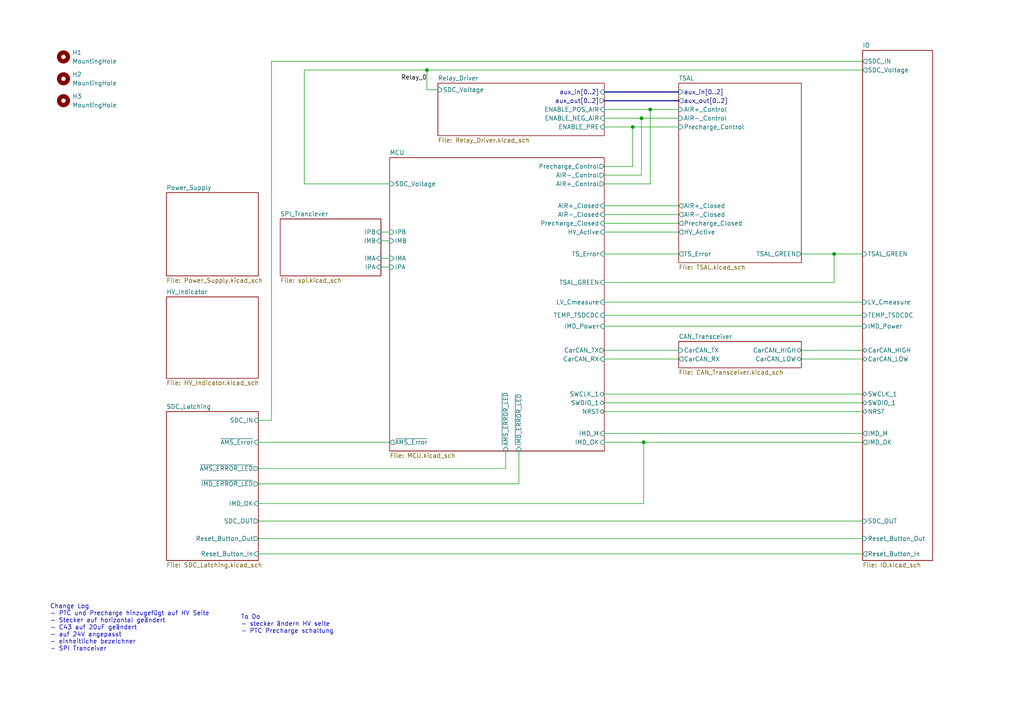
<source format=kicad_sch>
(kicad_sch
	(version 20231120)
	(generator "eeschema")
	(generator_version "8.0")
	(uuid "e63e39d7-6ac0-4ffd-8aa3-1841a4541b55")
	(paper "A4")
	(lib_symbols
		(symbol "Mechanical:MountingHole"
			(pin_names
				(offset 1.016)
			)
			(exclude_from_sim yes)
			(in_bom no)
			(on_board yes)
			(property "Reference" "H"
				(at 0 5.08 0)
				(effects
					(font
						(size 1.27 1.27)
					)
				)
			)
			(property "Value" "MountingHole"
				(at 0 3.175 0)
				(effects
					(font
						(size 1.27 1.27)
					)
				)
			)
			(property "Footprint" ""
				(at 0 0 0)
				(effects
					(font
						(size 1.27 1.27)
					)
					(hide yes)
				)
			)
			(property "Datasheet" "~"
				(at 0 0 0)
				(effects
					(font
						(size 1.27 1.27)
					)
					(hide yes)
				)
			)
			(property "Description" "Mounting Hole without connection"
				(at 0 0 0)
				(effects
					(font
						(size 1.27 1.27)
					)
					(hide yes)
				)
			)
			(property "ki_keywords" "mounting hole"
				(at 0 0 0)
				(effects
					(font
						(size 1.27 1.27)
					)
					(hide yes)
				)
			)
			(property "ki_fp_filters" "MountingHole*"
				(at 0 0 0)
				(effects
					(font
						(size 1.27 1.27)
					)
					(hide yes)
				)
			)
			(symbol "MountingHole_0_1"
				(circle
					(center 0 0)
					(radius 1.27)
					(stroke
						(width 1.27)
						(type default)
					)
					(fill
						(type none)
					)
				)
			)
		)
	)
	(junction
		(at 241.935 73.66)
		(diameter 0)
		(color 0 0 0 0)
		(uuid "0a7f7cff-c29b-4cc6-9d26-e8a073329d15")
	)
	(junction
		(at 123.825 20.32)
		(diameter 0)
		(color 0 0 0 0)
		(uuid "408fafc3-a377-41a0-b7ba-93182cde2895")
	)
	(junction
		(at 186.69 128.27)
		(diameter 0)
		(color 0 0 0 0)
		(uuid "44793ef5-ff1a-4dd7-a42e-e257f8b8042e")
	)
	(junction
		(at 188.595 31.75)
		(diameter 0)
		(color 0 0 0 0)
		(uuid "4978de48-824e-4da0-ad6c-6a4aefa3ff9d")
	)
	(junction
		(at 183.515 36.83)
		(diameter 0)
		(color 0 0 0 0)
		(uuid "7c350bc1-d08e-421e-9df9-7d582d023d7d")
	)
	(junction
		(at 186.055 34.29)
		(diameter 0)
		(color 0 0 0 0)
		(uuid "a1e57cfd-14f7-4329-8eff-f9f55eb71a7d")
	)
	(wire
		(pts
			(xy 175.26 59.69) (xy 196.85 59.69)
		)
		(stroke
			(width 0)
			(type default)
		)
		(uuid "0d9e68e2-e8e4-431c-a910-77e002f64916")
	)
	(wire
		(pts
			(xy 188.595 53.34) (xy 188.595 31.75)
		)
		(stroke
			(width 0)
			(type default)
		)
		(uuid "161c37ee-859e-408a-bfc2-59491a96f951")
	)
	(wire
		(pts
			(xy 175.26 36.83) (xy 183.515 36.83)
		)
		(stroke
			(width 0)
			(type default)
		)
		(uuid "1860a00d-f6ff-4922-be20-059a8da73e09")
	)
	(wire
		(pts
			(xy 175.26 94.615) (xy 250.19 94.615)
		)
		(stroke
			(width 0)
			(type default)
		)
		(uuid "18e14012-8379-44ba-bc03-22592befc89a")
	)
	(wire
		(pts
			(xy 175.26 128.27) (xy 186.69 128.27)
		)
		(stroke
			(width 0)
			(type default)
		)
		(uuid "1b75a20a-67f1-4c22-93ad-86624ea64c65")
	)
	(wire
		(pts
			(xy 186.055 34.29) (xy 196.85 34.29)
		)
		(stroke
			(width 0)
			(type default)
		)
		(uuid "1db01ef0-e8ca-4592-b2d3-07fb736a1c26")
	)
	(wire
		(pts
			(xy 110.49 67.31) (xy 113.03 67.31)
		)
		(stroke
			(width 0)
			(type default)
		)
		(uuid "24f82c31-79c3-42d8-ae53-1dfc0417f292")
	)
	(wire
		(pts
			(xy 186.69 128.27) (xy 186.69 146.05)
		)
		(stroke
			(width 0)
			(type default)
		)
		(uuid "30e997bf-188f-4d9b-bd84-fbf9b303fdbc")
	)
	(bus
		(pts
			(xy 175.26 29.21) (xy 196.85 29.21)
		)
		(stroke
			(width 0)
			(type default)
		)
		(uuid "31ffb8c5-4965-42af-9ed5-2cde8d5c615d")
	)
	(wire
		(pts
			(xy 175.26 31.75) (xy 188.595 31.75)
		)
		(stroke
			(width 0)
			(type default)
		)
		(uuid "32c45256-301b-4d4b-9c80-908f3eaa6645")
	)
	(wire
		(pts
			(xy 78.74 17.78) (xy 250.19 17.78)
		)
		(stroke
			(width 0)
			(type default)
		)
		(uuid "39b04c6a-a164-49f1-abea-a3a32285d465")
	)
	(wire
		(pts
			(xy 175.26 81.915) (xy 241.935 81.915)
		)
		(stroke
			(width 0)
			(type default)
		)
		(uuid "3aeadea1-001e-4433-96d3-f973553a40ce")
	)
	(wire
		(pts
			(xy 88.265 53.34) (xy 113.03 53.34)
		)
		(stroke
			(width 0)
			(type default)
		)
		(uuid "43ff35e9-7cd8-4f62-aee2-70328842afeb")
	)
	(wire
		(pts
			(xy 74.93 156.21) (xy 250.19 156.21)
		)
		(stroke
			(width 0)
			(type default)
		)
		(uuid "4c72069e-2911-45fc-ac82-d63dbffe3b04")
	)
	(wire
		(pts
			(xy 183.515 36.83) (xy 183.515 48.26)
		)
		(stroke
			(width 0)
			(type default)
		)
		(uuid "4ec701c3-5b60-44fd-aa98-394de6f7caab")
	)
	(wire
		(pts
			(xy 188.595 31.75) (xy 196.85 31.75)
		)
		(stroke
			(width 0)
			(type default)
		)
		(uuid "51e28119-6df5-4157-ad5a-a917e8c3b6f3")
	)
	(wire
		(pts
			(xy 232.41 104.14) (xy 250.19 104.14)
		)
		(stroke
			(width 0)
			(type default)
		)
		(uuid "52f50848-80d1-428f-ab45-bb31bf0b1bf9")
	)
	(wire
		(pts
			(xy 110.49 77.47) (xy 113.03 77.47)
		)
		(stroke
			(width 0)
			(type default)
		)
		(uuid "54692d45-1676-44b5-883b-2bc41b0fdb8c")
	)
	(wire
		(pts
			(xy 74.93 140.335) (xy 150.495 140.335)
		)
		(stroke
			(width 0)
			(type default)
		)
		(uuid "56636031-e736-471a-aef1-0ac263156ba7")
	)
	(wire
		(pts
			(xy 175.26 73.66) (xy 196.85 73.66)
		)
		(stroke
			(width 0)
			(type default)
		)
		(uuid "59c97f32-e3dc-44cd-97bd-a21f9f2761ed")
	)
	(wire
		(pts
			(xy 175.26 48.26) (xy 183.515 48.26)
		)
		(stroke
			(width 0)
			(type default)
		)
		(uuid "619d8902-06d2-4923-bb65-cfa8d092be87")
	)
	(wire
		(pts
			(xy 175.26 67.31) (xy 196.85 67.31)
		)
		(stroke
			(width 0)
			(type default)
		)
		(uuid "689e55e4-2dd3-42ef-a281-07f6d1c857b3")
	)
	(wire
		(pts
			(xy 74.93 128.27) (xy 113.03 128.27)
		)
		(stroke
			(width 0)
			(type default)
		)
		(uuid "6d2f0521-9da9-4af2-a499-d52735120f75")
	)
	(wire
		(pts
			(xy 110.49 69.85) (xy 113.03 69.85)
		)
		(stroke
			(width 0)
			(type default)
		)
		(uuid "6f739289-0d73-4828-8ed9-0bb5278b8b5b")
	)
	(wire
		(pts
			(xy 150.495 130.81) (xy 150.495 140.335)
		)
		(stroke
			(width 0)
			(type default)
		)
		(uuid "6f995fe1-0166-4ccb-ab08-e9ce4b1480ae")
	)
	(wire
		(pts
			(xy 175.26 114.3) (xy 250.19 114.3)
		)
		(stroke
			(width 0)
			(type default)
		)
		(uuid "72de219e-ea5c-4118-91e1-aa7450812977")
	)
	(wire
		(pts
			(xy 175.26 119.38) (xy 250.19 119.38)
		)
		(stroke
			(width 0)
			(type default)
		)
		(uuid "750042e4-ec72-4b72-a7a1-170d65b6a550")
	)
	(wire
		(pts
			(xy 74.93 121.92) (xy 78.74 121.92)
		)
		(stroke
			(width 0)
			(type default)
		)
		(uuid "78a24785-3b42-46fa-9caf-3fc007c85f2c")
	)
	(wire
		(pts
			(xy 241.935 73.66) (xy 250.19 73.66)
		)
		(stroke
			(width 0)
			(type default)
		)
		(uuid "79c4682b-6f04-465e-bf87-1364ab0de3e5")
	)
	(wire
		(pts
			(xy 241.935 73.66) (xy 241.935 81.915)
		)
		(stroke
			(width 0)
			(type default)
		)
		(uuid "7bf839f6-fe27-416f-b4fb-8b45d66e9c7a")
	)
	(wire
		(pts
			(xy 175.26 50.8) (xy 186.055 50.8)
		)
		(stroke
			(width 0)
			(type default)
		)
		(uuid "7eae9a3b-04d0-4025-90cb-4b284bd379ef")
	)
	(wire
		(pts
			(xy 123.825 26.035) (xy 127 26.035)
		)
		(stroke
			(width 0)
			(type default)
		)
		(uuid "7fe8261e-9374-4542-8746-31b48c970009")
	)
	(wire
		(pts
			(xy 88.265 20.32) (xy 88.265 53.34)
		)
		(stroke
			(width 0)
			(type default)
		)
		(uuid "86c8f75c-d22e-41f4-9b54-7366753afa46")
	)
	(wire
		(pts
			(xy 175.26 64.77) (xy 196.85 64.77)
		)
		(stroke
			(width 0)
			(type default)
		)
		(uuid "879ccb09-3504-4864-9c31-833d63a283d6")
	)
	(wire
		(pts
			(xy 175.26 34.29) (xy 186.055 34.29)
		)
		(stroke
			(width 0)
			(type default)
		)
		(uuid "8893e1cb-365b-4c9c-a85e-2244f030fd1e")
	)
	(wire
		(pts
			(xy 175.26 62.23) (xy 196.85 62.23)
		)
		(stroke
			(width 0)
			(type default)
		)
		(uuid "88aeddeb-4036-4f17-8c76-83e7e6bb50bc")
	)
	(wire
		(pts
			(xy 110.49 74.93) (xy 113.03 74.93)
		)
		(stroke
			(width 0)
			(type default)
		)
		(uuid "8b1d64f7-3258-49b4-92aa-93c8541190ba")
	)
	(wire
		(pts
			(xy 232.41 73.66) (xy 241.935 73.66)
		)
		(stroke
			(width 0)
			(type default)
		)
		(uuid "8f2e9e26-e3f1-440c-a826-c9d96000f0ea")
	)
	(wire
		(pts
			(xy 186.69 128.27) (xy 250.19 128.27)
		)
		(stroke
			(width 0)
			(type default)
		)
		(uuid "970ec349-aa6c-4058-9a8a-06f8b0ada789")
	)
	(wire
		(pts
			(xy 123.825 20.32) (xy 123.825 26.035)
		)
		(stroke
			(width 0)
			(type default)
		)
		(uuid "9eaca443-67c5-43d3-a2cb-8dc2134d743d")
	)
	(wire
		(pts
			(xy 175.26 87.63) (xy 250.19 87.63)
		)
		(stroke
			(width 0)
			(type default)
		)
		(uuid "a07ba9bc-6ee6-4356-918f-f47ec7cc369e")
	)
	(wire
		(pts
			(xy 74.93 160.655) (xy 250.19 160.655)
		)
		(stroke
			(width 0)
			(type default)
		)
		(uuid "a14d2587-5011-4932-895b-968b85fb9c29")
	)
	(wire
		(pts
			(xy 175.26 125.73) (xy 250.19 125.73)
		)
		(stroke
			(width 0)
			(type default)
		)
		(uuid "a268a543-1d94-4c7d-9e93-681aa6017876")
	)
	(wire
		(pts
			(xy 175.26 101.6) (xy 196.85 101.6)
		)
		(stroke
			(width 0)
			(type default)
		)
		(uuid "bbd9a530-d966-44db-b792-6b8364074399")
	)
	(wire
		(pts
			(xy 183.515 36.83) (xy 196.85 36.83)
		)
		(stroke
			(width 0)
			(type default)
		)
		(uuid "bd7c142b-1b4a-4e3e-891a-2fc7994c4031")
	)
	(wire
		(pts
			(xy 175.26 116.84) (xy 250.19 116.84)
		)
		(stroke
			(width 0)
			(type default)
		)
		(uuid "c7fe1963-cd78-4101-8ef6-6dcc644a8e7d")
	)
	(wire
		(pts
			(xy 175.26 91.44) (xy 250.19 91.44)
		)
		(stroke
			(width 0)
			(type default)
		)
		(uuid "cca14e52-daa2-472f-b950-9a1276c72fee")
	)
	(bus
		(pts
			(xy 175.26 26.67) (xy 196.85 26.67)
		)
		(stroke
			(width 0)
			(type default)
		)
		(uuid "cea651cf-4b09-4040-866b-09f29baccde7")
	)
	(wire
		(pts
			(xy 74.93 151.13) (xy 250.19 151.13)
		)
		(stroke
			(width 0)
			(type default)
		)
		(uuid "d0c6c499-7a00-48b4-bd4b-891bbdb16994")
	)
	(wire
		(pts
			(xy 146.685 135.89) (xy 146.685 130.81)
		)
		(stroke
			(width 0)
			(type default)
		)
		(uuid "d316bfb3-2c73-4ff1-84e3-75c482cbfaa2")
	)
	(wire
		(pts
			(xy 175.26 104.14) (xy 196.85 104.14)
		)
		(stroke
			(width 0)
			(type default)
		)
		(uuid "d53b8b6f-dec9-4a34-9e59-6fc2f5bafc6c")
	)
	(wire
		(pts
			(xy 74.93 135.89) (xy 146.685 135.89)
		)
		(stroke
			(width 0)
			(type default)
		)
		(uuid "e0757bcb-e970-4f03-94f2-6301484ac229")
	)
	(wire
		(pts
			(xy 123.825 20.32) (xy 250.19 20.32)
		)
		(stroke
			(width 0)
			(type default)
		)
		(uuid "e4022d97-9262-4b9e-8880-03a4afd73d19")
	)
	(wire
		(pts
			(xy 74.93 146.05) (xy 186.69 146.05)
		)
		(stroke
			(width 0)
			(type default)
		)
		(uuid "ea203829-7c79-4d55-8c55-d3d8ecb641ef")
	)
	(wire
		(pts
			(xy 88.265 20.32) (xy 123.825 20.32)
		)
		(stroke
			(width 0)
			(type default)
		)
		(uuid "ec66eea5-ae96-4bf7-93db-2f86111f3986")
	)
	(wire
		(pts
			(xy 78.74 17.78) (xy 78.74 121.92)
		)
		(stroke
			(width 0)
			(type default)
		)
		(uuid "ef04e179-1035-430f-b8a3-37f6edb09c73")
	)
	(wire
		(pts
			(xy 232.41 101.6) (xy 250.19 101.6)
		)
		(stroke
			(width 0)
			(type default)
		)
		(uuid "f4eb62d3-6998-4510-806f-341547b3745d")
	)
	(wire
		(pts
			(xy 186.055 34.29) (xy 186.055 50.8)
		)
		(stroke
			(width 0)
			(type default)
		)
		(uuid "f883506b-40b7-4a33-8b08-87bb566721c7")
	)
	(wire
		(pts
			(xy 175.26 53.34) (xy 188.595 53.34)
		)
		(stroke
			(width 0)
			(type default)
		)
		(uuid "fa484b90-07b7-4a9e-9fea-6e2a33d9559c")
	)
	(text "Change Log\n- PTC und Precharge hinzugefügt auf HV Seite\n- Stecker auf horizontal geändert \n- C43 auf 20uF geändert\n- auf 24V angepasst\n- einheitliche bezeichner\n- SPI Tranceiver"
		(exclude_from_sim no)
		(at 14.478 182.118 0)
		(effects
			(font
				(size 1.27 1.27)
			)
			(justify left)
		)
		(uuid "95ef62d0-bad7-41e3-b637-788373aeae7f")
	)
	(text "To Do\n- stecker ändern HV seite\n- PTC Precharge schaltung"
		(exclude_from_sim no)
		(at 69.85 181.102 0)
		(effects
			(font
				(size 1.27 1.27)
			)
			(justify left)
		)
		(uuid "ce23c0a7-0559-4e7e-9ce8-9859445b090e")
	)
	(label "Relay_0"
		(at 123.825 23.495 180)
		(fields_autoplaced yes)
		(effects
			(font
				(size 1.27 1.27)
				(color 0 0 0 1)
			)
			(justify right bottom)
		)
		(uuid "5a0c03f1-96bf-4aa0-a982-95eb41ebc984")
		(property "Netclass" "Relay"
			(at 123.825 24.765 0)
			(effects
				(font
					(size 1.27 1.27)
					(bold yes)
					(italic yes)
				)
				(justify right)
				(hide yes)
			)
		)
	)
	(symbol
		(lib_id "Mechanical:MountingHole")
		(at 18.415 22.86 0)
		(unit 1)
		(exclude_from_sim yes)
		(in_bom no)
		(on_board yes)
		(dnp no)
		(fields_autoplaced yes)
		(uuid "21853630-98ed-40d6-a6a4-eace38ba178b")
		(property "Reference" "H2"
			(at 20.955 21.5899 0)
			(effects
				(font
					(size 1.27 1.27)
				)
				(justify left)
			)
		)
		(property "Value" "MountingHole"
			(at 20.955 24.1299 0)
			(effects
				(font
					(size 1.27 1.27)
				)
				(justify left)
			)
		)
		(property "Footprint" "MountingHole:MountingHole_3.2mm_M3"
			(at 18.415 22.86 0)
			(effects
				(font
					(size 1.27 1.27)
				)
				(hide yes)
			)
		)
		(property "Datasheet" "~"
			(at 18.415 22.86 0)
			(effects
				(font
					(size 1.27 1.27)
				)
				(hide yes)
			)
		)
		(property "Description" "Mounting Hole without connection"
			(at 18.415 22.86 0)
			(effects
				(font
					(size 1.27 1.27)
				)
				(hide yes)
			)
		)
		(instances
			(project "Master_FT25"
				(path "/e63e39d7-6ac0-4ffd-8aa3-1841a4541b55"
					(reference "H2")
					(unit 1)
				)
			)
		)
	)
	(symbol
		(lib_id "Mechanical:MountingHole")
		(at 18.415 16.51 0)
		(unit 1)
		(exclude_from_sim yes)
		(in_bom no)
		(on_board yes)
		(dnp no)
		(fields_autoplaced yes)
		(uuid "a2972b97-1264-4697-a55c-9d28d1e676e2")
		(property "Reference" "H1"
			(at 20.955 15.2399 0)
			(effects
				(font
					(size 1.27 1.27)
				)
				(justify left)
			)
		)
		(property "Value" "MountingHole"
			(at 20.955 17.7799 0)
			(effects
				(font
					(size 1.27 1.27)
				)
				(justify left)
			)
		)
		(property "Footprint" "MountingHole:MountingHole_3.2mm_M3"
			(at 18.415 16.51 0)
			(effects
				(font
					(size 1.27 1.27)
				)
				(hide yes)
			)
		)
		(property "Datasheet" "~"
			(at 18.415 16.51 0)
			(effects
				(font
					(size 1.27 1.27)
				)
				(hide yes)
			)
		)
		(property "Description" "Mounting Hole without connection"
			(at 18.415 16.51 0)
			(effects
				(font
					(size 1.27 1.27)
				)
				(hide yes)
			)
		)
		(instances
			(project "Master_FT25"
				(path "/e63e39d7-6ac0-4ffd-8aa3-1841a4541b55"
					(reference "H1")
					(unit 1)
				)
			)
		)
	)
	(symbol
		(lib_id "Mechanical:MountingHole")
		(at 18.415 29.21 0)
		(unit 1)
		(exclude_from_sim yes)
		(in_bom no)
		(on_board yes)
		(dnp no)
		(fields_autoplaced yes)
		(uuid "d1527598-7f4d-46c2-9d81-1aa748b9fa8d")
		(property "Reference" "H3"
			(at 20.955 27.9399 0)
			(effects
				(font
					(size 1.27 1.27)
				)
				(justify left)
			)
		)
		(property "Value" "MountingHole"
			(at 20.955 30.4799 0)
			(effects
				(font
					(size 1.27 1.27)
				)
				(justify left)
			)
		)
		(property "Footprint" "MountingHole:MountingHole_3.2mm_M3"
			(at 18.415 29.21 0)
			(effects
				(font
					(size 1.27 1.27)
				)
				(hide yes)
			)
		)
		(property "Datasheet" "~"
			(at 18.415 29.21 0)
			(effects
				(font
					(size 1.27 1.27)
				)
				(hide yes)
			)
		)
		(property "Description" "Mounting Hole without connection"
			(at 18.415 29.21 0)
			(effects
				(font
					(size 1.27 1.27)
				)
				(hide yes)
			)
		)
		(instances
			(project "Master_FT25"
				(path "/e63e39d7-6ac0-4ffd-8aa3-1841a4541b55"
					(reference "H3")
					(unit 1)
				)
			)
		)
	)
	(sheet
		(at 48.26 119.38)
		(size 26.67 43.18)
		(fields_autoplaced yes)
		(stroke
			(width 0.1524)
			(type solid)
		)
		(fill
			(color 0 0 0 0.0000)
		)
		(uuid "1faf3ef0-baac-46e1-a293-a43d671ef048")
		(property "Sheetname" "SDC_Latching"
			(at 48.26 118.6684 0)
			(effects
				(font
					(size 1.27 1.27)
				)
				(justify left bottom)
			)
		)
		(property "Sheetfile" "SDC_Latching.kicad_sch"
			(at 48.26 163.1446 0)
			(effects
				(font
					(size 1.27 1.27)
				)
				(justify left top)
			)
		)
		(pin "Reset_Button_In" input
			(at 74.93 160.655 0)
			(effects
				(font
					(size 1.27 1.27)
				)
				(justify right)
			)
			(uuid "d29d350b-902b-4201-b78d-3987c1d43101")
		)
		(pin "Reset_Button_Out" output
			(at 74.93 156.21 0)
			(effects
				(font
					(size 1.27 1.27)
				)
				(justify right)
			)
			(uuid "b3467c47-149f-4dd6-96a3-1425c5e65cd6")
		)
		(pin "SDC_OUT" output
			(at 74.93 151.13 0)
			(effects
				(font
					(size 1.27 1.27)
				)
				(justify right)
			)
			(uuid "04195bc4-f957-489b-8e05-747e1a2601f4")
		)
		(pin "SDC_IN" input
			(at 74.93 121.92 0)
			(effects
				(font
					(size 1.27 1.27)
				)
				(justify right)
			)
			(uuid "92e1de3b-0808-4574-9811-f75c22fccddf")
		)
		(pin "~{AMS_Error}" input
			(at 74.93 128.27 0)
			(effects
				(font
					(size 1.27 1.27)
				)
				(justify right)
			)
			(uuid "d4f4818d-c3c7-4eeb-9c52-aad858d58f30")
		)
		(pin "IMD_OK" input
			(at 74.93 146.05 0)
			(effects
				(font
					(size 1.27 1.27)
				)
				(justify right)
			)
			(uuid "44e26c19-37fa-4e80-adb7-6f8f90521f09")
		)
		(pin "~{AMS_ERROR_LED}" output
			(at 74.93 135.89 0)
			(effects
				(font
					(size 1.27 1.27)
				)
				(justify right)
			)
			(uuid "db873ff3-3fa6-46f9-acf2-1776292c3326")
		)
		(pin "~{IMD_ERROR_LED}" output
			(at 74.93 140.335 0)
			(effects
				(font
					(size 1.27 1.27)
				)
				(justify right)
			)
			(uuid "1e0ea0b3-c0a4-42d3-b88d-ab6314267023")
		)
		(instances
			(project "Master_FT25"
				(path "/e63e39d7-6ac0-4ffd-8aa3-1841a4541b55"
					(page "10")
				)
			)
		)
	)
	(sheet
		(at 48.26 55.88)
		(size 26.67 24.13)
		(fields_autoplaced yes)
		(stroke
			(width 0.1524)
			(type solid)
		)
		(fill
			(color 0 0 0 0.0000)
		)
		(uuid "22dc17c4-8352-43f2-bb65-d704323b2333")
		(property "Sheetname" "Power_Supply"
			(at 48.26 55.1684 0)
			(effects
				(font
					(size 1.27 1.27)
				)
				(justify left bottom)
			)
		)
		(property "Sheetfile" "Power_Supply.kicad_sch"
			(at 48.26 80.5946 0)
			(effects
				(font
					(size 1.27 1.27)
				)
				(justify left top)
			)
		)
		(instances
			(project "Master_FT25"
				(path "/e63e39d7-6ac0-4ffd-8aa3-1841a4541b55"
					(page "8")
				)
			)
		)
	)
	(sheet
		(at 196.85 24.13)
		(size 35.56 52.07)
		(fields_autoplaced yes)
		(stroke
			(width 0.1524)
			(type solid)
		)
		(fill
			(color 0 0 0 0.0000)
		)
		(uuid "5ce1aa0c-f98f-4b94-80bd-f188cf4c57de")
		(property "Sheetname" "TSAL"
			(at 196.85 23.4184 0)
			(effects
				(font
					(size 1.27 1.27)
				)
				(justify left bottom)
			)
		)
		(property "Sheetfile" "TSAL.kicad_sch"
			(at 196.85 76.7846 0)
			(effects
				(font
					(size 1.27 1.27)
				)
				(justify left top)
			)
		)
		(pin "AIR-_Closed" output
			(at 196.85 62.23 180)
			(effects
				(font
					(size 1.27 1.27)
				)
				(justify left)
			)
			(uuid "7f4f978d-1e5d-4a43-b1bf-c4fa7649bd7e")
		)
		(pin "AIR-_Control" input
			(at 196.85 34.29 180)
			(effects
				(font
					(size 1.27 1.27)
				)
				(justify left)
			)
			(uuid "14206ec6-7d56-4612-a521-5201573867ec")
		)
		(pin "AIR+_Control" input
			(at 196.85 31.75 180)
			(effects
				(font
					(size 1.27 1.27)
				)
				(justify left)
			)
			(uuid "97639659-6003-4e23-b4ab-f30326d3a9e4")
		)
		(pin "AIR+_Closed" output
			(at 196.85 59.69 180)
			(effects
				(font
					(size 1.27 1.27)
				)
				(justify left)
			)
			(uuid "6395d9db-d4bc-4c2e-9617-d5b2bf2defa3")
		)
		(pin "HV_Active" output
			(at 196.85 67.31 180)
			(effects
				(font
					(size 1.27 1.27)
				)
				(justify left)
			)
			(uuid "9bc0c846-6b29-4e4d-a0d2-1bffadd4b174")
		)
		(pin "aux_in[0..2]" input
			(at 196.85 26.67 180)
			(effects
				(font
					(size 1.27 1.27)
				)
				(justify left)
			)
			(uuid "62f5980a-ba24-42c2-bf17-3ba93154ccbe")
		)
		(pin "aux_out[0..2]" output
			(at 196.85 29.21 180)
			(effects
				(font
					(size 1.27 1.27)
				)
				(justify left)
			)
			(uuid "7b7686bc-62db-4756-a60c-2a44d69edb52")
		)
		(pin "TS_Error" output
			(at 196.85 73.66 180)
			(effects
				(font
					(size 1.27 1.27)
				)
				(justify left)
			)
			(uuid "2448d2bd-f095-4512-bdbb-8c68f77aacaa")
		)
		(pin "Precharge_Closed" output
			(at 196.85 64.77 180)
			(effects
				(font
					(size 1.27 1.27)
				)
				(justify left)
			)
			(uuid "93060461-877f-42a6-80bd-dbb98ff86726")
		)
		(pin "Precharge_Control" input
			(at 196.85 36.83 180)
			(effects
				(font
					(size 1.27 1.27)
				)
				(justify left)
			)
			(uuid "1df4d53f-ddfd-42ee-ba3c-fb3c93ade126")
		)
		(pin "TSAL_GREEN" output
			(at 232.41 73.66 0)
			(effects
				(font
					(size 1.27 1.27)
				)
				(justify right)
			)
			(uuid "a160ed03-0ccc-4e23-a6c8-c4e67a7fba77")
		)
		(instances
			(project "Master_FT25"
				(path "/e63e39d7-6ac0-4ffd-8aa3-1841a4541b55"
					(page "2")
				)
			)
		)
	)
	(sheet
		(at 48.26 86.106)
		(size 26.67 23.622)
		(fields_autoplaced yes)
		(stroke
			(width 0.1524)
			(type solid)
		)
		(fill
			(color 0 0 0 0.0000)
		)
		(uuid "79aa61b0-3913-4dd5-85ac-a55bcc701429")
		(property "Sheetname" "HV_Indicator"
			(at 48.26 85.3944 0)
			(effects
				(font
					(size 1.27 1.27)
				)
				(justify left bottom)
			)
		)
		(property "Sheetfile" "HV_Indicator.kicad_sch"
			(at 48.26 110.3126 0)
			(effects
				(font
					(size 1.27 1.27)
				)
				(justify left top)
			)
		)
		(instances
			(project "Master_FT25"
				(path "/e63e39d7-6ac0-4ffd-8aa3-1841a4541b55"
					(page "11")
				)
			)
		)
	)
	(sheet
		(at 81.28 63.5)
		(size 29.21 16.51)
		(fields_autoplaced yes)
		(stroke
			(width 0.1524)
			(type solid)
		)
		(fill
			(color 0 0 0 0.0000)
		)
		(uuid "7ea6d794-d6f7-459d-b00f-ed5a8a0446d9")
		(property "Sheetname" "SPI_Tranciever"
			(at 81.28 62.7884 0)
			(effects
				(font
					(size 1.27 1.27)
				)
				(justify left bottom)
			)
		)
		(property "Sheetfile" "spi.kicad_sch"
			(at 81.28 80.5946 0)
			(effects
				(font
					(size 1.27 1.27)
				)
				(justify left top)
			)
		)
		(pin "IPB" input
			(at 110.49 67.31 0)
			(effects
				(font
					(size 1.27 1.27)
				)
				(justify right)
			)
			(uuid "12d18ded-a9ec-4a47-a265-cb4b48bd9928")
		)
		(pin "IMB" input
			(at 110.49 69.85 0)
			(effects
				(font
					(size 1.27 1.27)
				)
				(justify right)
			)
			(uuid "4f5cbb16-21f4-4acb-beed-5735b597fc51")
		)
		(pin "IMA" input
			(at 110.49 74.93 0)
			(effects
				(font
					(size 1.27 1.27)
				)
				(justify right)
			)
			(uuid "fd58e044-12b4-4992-9f63-d59e347d92a5")
		)
		(pin "IPA" input
			(at 110.49 77.47 0)
			(effects
				(font
					(size 1.27 1.27)
				)
				(justify right)
			)
			(uuid "212208da-4d93-4618-932d-5d0895edf826")
		)
		(instances
			(project "Master_FT25"
				(path "/e63e39d7-6ac0-4ffd-8aa3-1841a4541b55"
					(page "15")
				)
			)
		)
	)
	(sheet
		(at 127 24.13)
		(size 48.26 15.24)
		(fields_autoplaced yes)
		(stroke
			(width 0.1524)
			(type solid)
		)
		(fill
			(color 0 0 0 0.0000)
		)
		(uuid "95b8e8bb-175b-4c26-b28f-f18dafbb4793")
		(property "Sheetname" "Relay_Driver"
			(at 127 23.4184 0)
			(effects
				(font
					(size 1.27 1.27)
				)
				(justify left bottom)
			)
		)
		(property "Sheetfile" "Relay_Driver.kicad_sch"
			(at 127 39.9546 0)
			(effects
				(font
					(size 1.27 1.27)
				)
				(justify left top)
			)
		)
		(pin "ENABLE_NEG_AIR" input
			(at 175.26 34.29 0)
			(effects
				(font
					(size 1.27 1.27)
				)
				(justify right)
			)
			(uuid "7edf1e41-024c-4116-abe5-cfef0d5a0efc")
		)
		(pin "ENABLE_POS_AIR" input
			(at 175.26 31.75 0)
			(effects
				(font
					(size 1.27 1.27)
				)
				(justify right)
			)
			(uuid "6e3f7547-4f06-4521-bf16-8b7f213f0b60")
		)
		(pin "aux_out[0..2]" output
			(at 175.26 29.21 0)
			(effects
				(font
					(size 1.27 1.27)
				)
				(justify right)
			)
			(uuid "bf289db5-5459-48e2-b88f-d9d16213c777")
		)
		(pin "aux_in[0..2]" input
			(at 175.26 26.67 0)
			(effects
				(font
					(size 1.27 1.27)
				)
				(justify right)
			)
			(uuid "870086fa-587c-431c-a862-2d36619d4ebf")
		)
		(pin "ENABLE_PRE" input
			(at 175.26 36.83 0)
			(effects
				(font
					(size 1.27 1.27)
				)
				(justify right)
			)
			(uuid "64c41c50-b9c1-41ea-996a-a9c20799ff11")
		)
		(pin "SDC_Voltage" input
			(at 127 26.035 180)
			(effects
				(font
					(size 1.27 1.27)
				)
				(justify left)
			)
			(uuid "4d634957-f32f-40f3-8540-70e44430ba5a")
		)
		(instances
			(project "Master_FT25"
				(path "/e63e39d7-6ac0-4ffd-8aa3-1841a4541b55"
					(page "9")
				)
			)
		)
	)
	(sheet
		(at 113.03 45.72)
		(size 62.23 85.09)
		(fields_autoplaced yes)
		(stroke
			(width 0.1524)
			(type solid)
		)
		(fill
			(color 0 0 0 0.0000)
		)
		(uuid "9b70877c-37a9-427a-bda0-c62874ddc559")
		(property "Sheetname" "MCU"
			(at 113.03 45.0084 0)
			(effects
				(font
					(size 1.27 1.27)
				)
				(justify left bottom)
			)
		)
		(property "Sheetfile" "MCU.kicad_sch"
			(at 113.03 131.3946 0)
			(effects
				(font
					(size 1.27 1.27)
				)
				(justify left top)
			)
		)
		(pin "CarCAN_TX" output
			(at 175.26 101.6 0)
			(effects
				(font
					(size 1.27 1.27)
				)
				(justify right)
			)
			(uuid "f47ef6c8-b550-4302-a5a7-6ab5a6184e74")
		)
		(pin "SWCLK_1" bidirectional
			(at 175.26 114.3 0)
			(effects
				(font
					(size 1.27 1.27)
				)
				(justify right)
			)
			(uuid "605a061b-4108-46bb-8fff-97cfb674055b")
		)
		(pin "SWDIO_1" bidirectional
			(at 175.26 116.84 0)
			(effects
				(font
					(size 1.27 1.27)
				)
				(justify right)
			)
			(uuid "92a776b3-e16c-4951-958d-ef2fb53709a9")
		)
		(pin "CarCAN_RX" input
			(at 175.26 104.14 0)
			(effects
				(font
					(size 1.27 1.27)
				)
				(justify right)
			)
			(uuid "04553aed-dc09-4ba7-a9b1-ab4eaf95146d")
		)
		(pin "AIR+_Control" output
			(at 175.26 53.34 0)
			(effects
				(font
					(size 1.27 1.27)
				)
				(justify right)
			)
			(uuid "2269f88f-a85c-4266-ac04-95bf13eb0efd")
		)
		(pin "AIR-_Control" output
			(at 175.26 50.8 0)
			(effects
				(font
					(size 1.27 1.27)
				)
				(justify right)
			)
			(uuid "d79f89ef-7e64-42d3-9138-46893922b4a9")
		)
		(pin "HV_Active" input
			(at 175.26 67.31 0)
			(effects
				(font
					(size 1.27 1.27)
				)
				(justify right)
			)
			(uuid "c20f76e0-182a-4af7-a081-ae1f520a5b95")
		)
		(pin "AIR+_Closed" input
			(at 175.26 59.69 0)
			(effects
				(font
					(size 1.27 1.27)
				)
				(justify right)
			)
			(uuid "125a1f4f-2acf-4cea-9a03-25b35d16fb96")
		)
		(pin "AIR-_Closed" input
			(at 175.26 62.23 0)
			(effects
				(font
					(size 1.27 1.27)
				)
				(justify right)
			)
			(uuid "fbfd2a87-a250-44fd-96a7-e8079404fc85")
		)
		(pin "SDC_Voltage" input
			(at 113.03 53.34 180)
			(effects
				(font
					(size 1.27 1.27)
				)
				(justify left)
			)
			(uuid "3329bc08-3485-4d06-b547-eed9d73de875")
		)
		(pin "IMD_OK" input
			(at 175.26 128.27 0)
			(effects
				(font
					(size 1.27 1.27)
				)
				(justify right)
			)
			(uuid "2f1fce94-ecdd-445f-a70b-53aa628f7126")
		)
		(pin "TS_Error" input
			(at 175.26 73.66 0)
			(effects
				(font
					(size 1.27 1.27)
				)
				(justify right)
			)
			(uuid "e3623c8f-21c5-4339-8297-19f16439a3f4")
		)
		(pin "IMD_M" input
			(at 175.26 125.73 0)
			(effects
				(font
					(size 1.27 1.27)
				)
				(justify right)
			)
			(uuid "8bae7699-4069-414c-8d5a-73d7082e11e5")
		)
		(pin "Precharge_Control" output
			(at 175.26 48.26 0)
			(effects
				(font
					(size 1.27 1.27)
				)
				(justify right)
			)
			(uuid "cdca4c58-1262-4bde-80f4-02b467f8aafe")
		)
		(pin "Precharge_Closed" input
			(at 175.26 64.77 0)
			(effects
				(font
					(size 1.27 1.27)
				)
				(justify right)
			)
			(uuid "f2f0c2fe-7ac4-4a48-bfa7-9d0e6e156dc7")
		)
		(pin "~{AMS_Error}" output
			(at 113.03 128.27 180)
			(effects
				(font
					(size 1.27 1.27)
				)
				(justify left)
			)
			(uuid "65e84e94-ce74-43d6-a40c-f2a3cd2a6ac8")
		)
		(pin "IMB" input
			(at 113.03 69.85 180)
			(effects
				(font
					(size 1.27 1.27)
				)
				(justify left)
			)
			(uuid "9695f347-9a45-415a-a0c0-c9817bf10ea3")
		)
		(pin "IMA" input
			(at 113.03 74.93 180)
			(effects
				(font
					(size 1.27 1.27)
				)
				(justify left)
			)
			(uuid "a62c6dcb-8b7d-4a24-adec-3aba3d84e6ab")
		)
		(pin "IPA" input
			(at 113.03 77.47 180)
			(effects
				(font
					(size 1.27 1.27)
				)
				(justify left)
			)
			(uuid "409a6711-a53b-4ad0-a904-98393d158eed")
		)
		(pin "IPB" input
			(at 113.03 67.31 180)
			(effects
				(font
					(size 1.27 1.27)
				)
				(justify left)
			)
			(uuid "a0783acc-e661-4dd4-bb10-3985abf0e608")
		)
		(pin "~{IMD_ERROR_LED}" input
			(at 150.495 130.81 270)
			(effects
				(font
					(size 1.27 1.27)
				)
				(justify left)
			)
			(uuid "3c6c52fa-82f4-40f6-8656-08db2fe24843")
		)
		(pin "~{AMS_ERROR_LED}" input
			(at 146.685 130.81 270)
			(effects
				(font
					(size 1.27 1.27)
				)
				(justify left)
			)
			(uuid "98921bb8-c18c-427f-8b3d-3fbc3b24206d")
		)
		(pin "TSAL_GREEN" input
			(at 175.26 81.915 0)
			(effects
				(font
					(size 1.27 1.27)
				)
				(justify right)
			)
			(uuid "c8c1c101-9fca-4c91-b1ff-0ae7a322ed0e")
		)
		(pin "IMD_Power" input
			(at 175.26 94.615 0)
			(effects
				(font
					(size 1.27 1.27)
				)
				(justify right)
			)
			(uuid "b5f88973-9cf9-48af-a376-4344bfa40928")
		)
		(pin "LV_Cmeasure" input
			(at 175.26 87.63 0)
			(effects
				(font
					(size 1.27 1.27)
				)
				(justify right)
			)
			(uuid "254be6ce-83aa-48d5-b981-8e4e2d7761f9")
		)
		(pin "NRST" bidirectional
			(at 175.26 119.38 0)
			(effects
				(font
					(size 1.27 1.27)
				)
				(justify right)
			)
			(uuid "e05a939d-5d9f-44c5-82f0-715cf4d59192")
		)
		(pin "TEMP_TSDCDC" input
			(at 175.26 91.44 0)
			(effects
				(font
					(size 1.27 1.27)
				)
				(justify right)
			)
			(uuid "bad1f67e-a092-4c65-b87d-da69f8343546")
		)
		(instances
			(project "Master_FT25"
				(path "/e63e39d7-6ac0-4ffd-8aa3-1841a4541b55"
					(page "7")
				)
			)
		)
	)
	(sheet
		(at 196.85 99.06)
		(size 35.56 7.62)
		(fields_autoplaced yes)
		(stroke
			(width 0.1524)
			(type solid)
		)
		(fill
			(color 0 0 0 0.0000)
		)
		(uuid "c358f375-f19f-4341-b85b-3ee34c210f74")
		(property "Sheetname" "CAN_Transceiver"
			(at 196.85 98.3484 0)
			(effects
				(font
					(size 1.27 1.27)
				)
				(justify left bottom)
			)
		)
		(property "Sheetfile" "CAN_Transceiver.kicad_sch"
			(at 196.85 107.2646 0)
			(effects
				(font
					(size 1.27 1.27)
				)
				(justify left top)
			)
		)
		(pin "CarCAN_HIGH" bidirectional
			(at 232.41 101.6 0)
			(effects
				(font
					(size 1.27 1.27)
				)
				(justify right)
			)
			(uuid "fa65e9f0-a816-4cfb-b357-ecef57b3b82d")
		)
		(pin "CarCAN_LOW" bidirectional
			(at 232.41 104.14 0)
			(effects
				(font
					(size 1.27 1.27)
				)
				(justify right)
			)
			(uuid "934324c6-b02c-4f3e-ac08-05f9d8568f0c")
		)
		(pin "CarCAN_RX" output
			(at 196.85 104.14 180)
			(effects
				(font
					(size 1.27 1.27)
				)
				(justify left)
			)
			(uuid "31629ba9-9ca0-47ad-8673-f9b3b28a9e35")
		)
		(pin "CarCAN_TX" input
			(at 196.85 101.6 180)
			(effects
				(font
					(size 1.27 1.27)
				)
				(justify left)
			)
			(uuid "8d8c23ec-d24d-4183-b1f7-cf9ad53f8460")
		)
		(instances
			(project "Master_FT25"
				(path "/e63e39d7-6ac0-4ffd-8aa3-1841a4541b55"
					(page "9")
				)
			)
		)
	)
	(sheet
		(at 250.19 14.605)
		(size 20.32 147.955)
		(fields_autoplaced yes)
		(stroke
			(width 0.1524)
			(type solid)
		)
		(fill
			(color 0 0 0 0.0000)
		)
		(uuid "e59bef98-744e-4b2e-ac94-b25961b27b6b")
		(property "Sheetname" "IO"
			(at 250.19 13.8934 0)
			(effects
				(font
					(size 1.27 1.27)
				)
				(justify left bottom)
			)
		)
		(property "Sheetfile" "IO.kicad_sch"
			(at 250.19 163.1446 0)
			(effects
				(font
					(size 1.27 1.27)
				)
				(justify left top)
			)
		)
		(pin "IMD_OK" output
			(at 250.19 128.27 180)
			(effects
				(font
					(size 1.27 1.27)
				)
				(justify left)
			)
			(uuid "73a53e5f-47d4-429e-b637-fe2428dc243a")
		)
		(pin "CarCAN_HIGH" bidirectional
			(at 250.19 101.6 180)
			(effects
				(font
					(size 1.27 1.27)
				)
				(justify left)
			)
			(uuid "cfd54fc9-5d46-422b-b49a-82ec9ef3d301")
		)
		(pin "CarCAN_LOW" bidirectional
			(at 250.19 104.14 180)
			(effects
				(font
					(size 1.27 1.27)
				)
				(justify left)
			)
			(uuid "4908e932-225b-41df-985d-1241673c0a49")
		)
		(pin "SDC_OUT" input
			(at 250.19 151.13 180)
			(effects
				(font
					(size 1.27 1.27)
				)
				(justify left)
			)
			(uuid "34508969-254e-4438-9b33-7cb21198ee8f")
		)
		(pin "SDC_IN" output
			(at 250.19 17.78 180)
			(effects
				(font
					(size 1.27 1.27)
				)
				(justify left)
			)
			(uuid "8495abc2-3730-425c-b838-1c99612cd81e")
		)
		(pin "SWCLK_1" bidirectional
			(at 250.19 114.3 180)
			(effects
				(font
					(size 1.27 1.27)
				)
				(justify left)
			)
			(uuid "437f6c45-8b21-41bf-8d1c-725319dff698")
		)
		(pin "SWDIO_1" bidirectional
			(at 250.19 116.84 180)
			(effects
				(font
					(size 1.27 1.27)
				)
				(justify left)
			)
			(uuid "e266763f-e667-425b-aba3-e0a9fc3d9f72")
		)
		(pin "Reset_Button_Out" input
			(at 250.19 156.21 180)
			(effects
				(font
					(size 1.27 1.27)
				)
				(justify left)
			)
			(uuid "7097514d-9ab0-49c8-801c-09b9f72ebdaa")
		)
		(pin "Reset_Button_In" output
			(at 250.19 160.655 180)
			(effects
				(font
					(size 1.27 1.27)
				)
				(justify left)
			)
			(uuid "27a983f6-d6be-4239-89dd-edb014519101")
		)
		(pin "IMD_M" output
			(at 250.19 125.73 180)
			(effects
				(font
					(size 1.27 1.27)
				)
				(justify left)
			)
			(uuid "a7ce4794-481c-4781-9ab5-060183fd78cb")
		)
		(pin "TSAL_GREEN" input
			(at 250.19 73.66 180)
			(effects
				(font
					(size 1.27 1.27)
				)
				(justify left)
			)
			(uuid "9a9624b0-654d-4442-8a3c-d3ea916177b2")
		)
		(pin "SDC_Voltage" output
			(at 250.19 20.32 180)
			(effects
				(font
					(size 1.27 1.27)
				)
				(justify left)
			)
			(uuid "65e03ba9-c7d9-4f9a-b3ef-d75fc55081ec")
		)
		(pin "IMD_Power" input
			(at 250.19 94.615 180)
			(effects
				(font
					(size 1.27 1.27)
				)
				(justify left)
			)
			(uuid "0765be10-6e68-4975-a0cd-2fc202579881")
		)
		(pin "LV_Cmeasure" input
			(at 250.19 87.63 180)
			(effects
				(font
					(size 1.27 1.27)
				)
				(justify left)
			)
			(uuid "3116f761-651c-42f1-ab1e-4176d18b069c")
		)
		(pin "NRST" bidirectional
			(at 250.19 119.38 180)
			(effects
				(font
					(size 1.27 1.27)
				)
				(justify left)
			)
			(uuid "ce49ebb2-e147-4bc0-822a-dcc07fca15cf")
		)
		(pin "TEMP_TSDCDC" input
			(at 250.19 91.44 180)
			(effects
				(font
					(size 1.27 1.27)
				)
				(justify left)
			)
			(uuid "6acb0152-a506-4b08-8ddd-869095583706")
		)
		(instances
			(project "Master_FT25"
				(path "/e63e39d7-6ac0-4ffd-8aa3-1841a4541b55"
					(page "12")
				)
			)
		)
	)
	(sheet_instances
		(path "/"
			(page "1")
		)
	)
)

</source>
